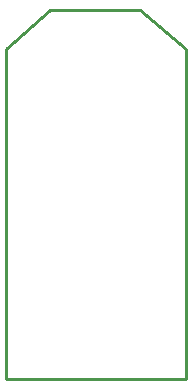
<source format=gm1>
%FSLAX25Y25*%
%MOIN*%
G70*
G01*
G75*
G04 Layer_Color=16711935*
%ADD10C,0.01000*%
%ADD11R,0.09843X0.07087*%
%ADD12O,0.09843X0.07087*%
%ADD13C,0.06000*%
%ADD14C,0.00787*%
%ADD15R,0.10642X0.07887*%
%ADD16O,0.10642X0.07887*%
%ADD17C,0.06800*%
D10*
X415500Y420000D02*
X431000Y407000D01*
X371000D02*
X385500Y420000D01*
X371000Y297000D02*
X431000D01*
Y407000D01*
X371000Y297000D02*
Y407000D01*
X385500Y420000D02*
X415500D01*
X431000Y407000D01*
X371000D02*
X385500Y420000D01*
X371000Y297000D02*
X431000D01*
Y407000D01*
X371000Y297000D02*
Y407000D01*
X385500Y420000D02*
X415500D01*
M02*

</source>
